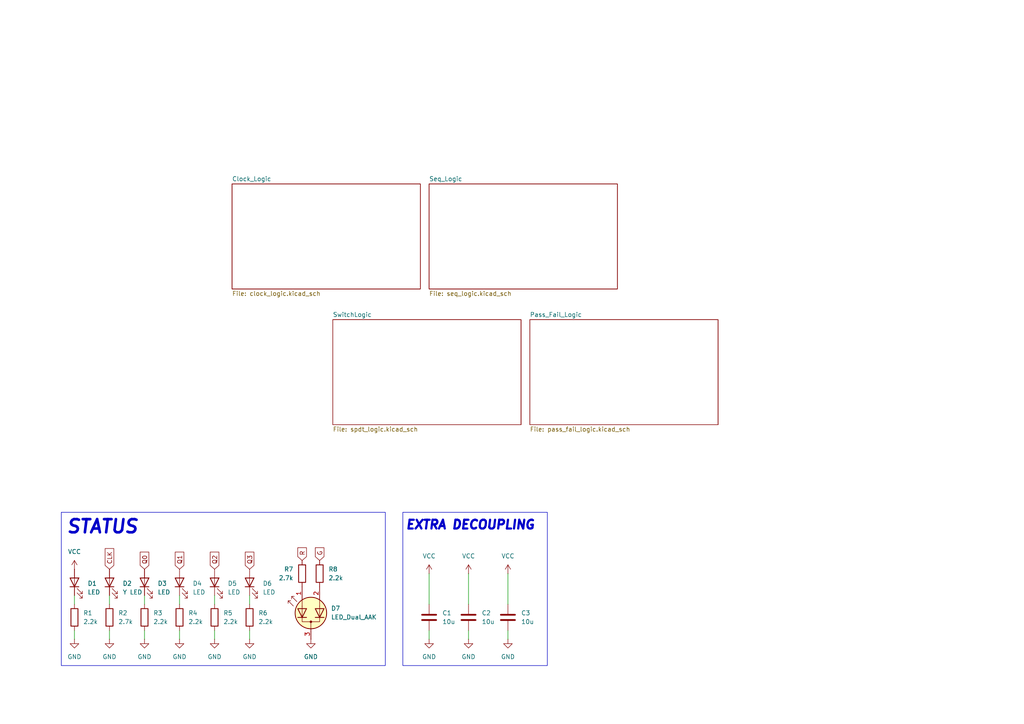
<source format=kicad_sch>
(kicad_sch (version 20250114) (generator "eeschema") (generator_version "9.0")
  (paper "A4")
  (title_block (title "PinCheck - 4 Pin Cable (LEMHAL)") (date "2025-08-27") (rev "Rev 1.0") (company "Igor Oliveira") (comment 1 "Continuity & Logic Test Circuit") (comment 2 "Decade Counter with pass/fail logic gates"))
  (lib_symbols
    (symbol "Device:C" (pin_numbers (hide yes)) (pin_names (offset 0.254))
      (property "Reference" "C" (at 0.635 2.54 0))
      (property "Value" "C" (at 0.635 -2.54 0))
      (symbol "C_0_1"
        (polyline (pts (xy -2.032 0.762) (xy 2.032 0.762)) (stroke (width 0.508)))
        (polyline (pts (xy -2.032 -0.762) (xy 2.032 -0.762)) (stroke (width 0.508)))
      )
      (symbol "C_1_1"
        (pin passive line (at 0 3.81 270) (length 2.794) (name "~") (number "1"))
        (pin passive line (at 0 -3.81 90) (length 2.794) (name "~") (number "2"))
      )
    )
    (symbol "Device:LED" (pin_numbers (hide yes)) (pin_names (offset 1.016) (hide yes))
      (property "Reference" "D" (at 0 2.54 0))
      (property "Value" "LED" (at 0 -2.54 0))
      (symbol "LED_0_1"
        (polyline (pts (xy -3.048 -0.762) (xy -4.572 -2.286) (xy -3.81 -2.286) (xy -4.572 -2.286) (xy -4.572 -1.524)))
        (polyline (pts (xy -1.778 -0.762) (xy -3.302 -2.286) (xy -2.54 -2.286) (xy -3.302 -2.286) (xy -3.302 -1.524)))
        (polyline (pts (xy -1.27 0) (xy 1.27 0)))
        (polyline (pts (xy -1.27 -1.27) (xy -1.27 1.27)) (stroke (width 0.254)))
        (polyline (pts (xy 1.27 -1.27) (xy 1.27 1.27) (xy -1.27 0) (xy 1.27 -1.27)) (stroke (width 0.254)))
      )
      (symbol "LED_1_1"
        (pin passive line (at -3.81 0 0) (length 2.54) (name "K") (number "1"))
        (pin passive line (at 3.81 0 180) (length 2.54) (name "A") (number "2"))
      )
    )
    (symbol "Device:LED_Dual_AAK" (pin_names (offset 0) (hide yes))
      (property "Reference" "D" (at 0 5.715 0))
      (property "Value" "LED_Dual_AAK" (at 0 -6.35 0))
      (symbol "LED_Dual_AAK_0_1"
        (polyline (pts (xy -4.572 0) (xy -2.54 0)))
        (circle (center -2.54 0) (radius 0.2794) (fill (type outline)))
        (polyline (pts (xy -1.27 1.27) (xy -1.27 3.81)) (stroke (width 0.254)))
        (polyline (pts (xy -1.27 -1.27) (xy -1.27 -3.81)) (stroke (width 0.254)))
        (circle (center 0 0) (radius 4.572) (stroke (width 0.254)) (fill (type background)))
        (polyline (pts (xy 1.27 1.27) (xy 1.27 3.81) (xy -1.27 2.54) (xy 1.27 1.27)) (stroke (width 0.254)))
        (polyline (pts (xy 1.27 -3.81) (xy 1.27 -1.27) (xy -1.27 -2.54) (xy 1.27 -3.81)) (stroke (width 0.254)))
        (polyline (pts (xy 2.032 5.08) (xy 3.556 6.604) (xy 2.794 6.604) (xy 3.556 6.604) (xy 3.556 5.842)))
        (polyline (pts (xy 2.032 2.54) (xy -2.54 2.54) (xy -2.54 -2.54) (xy 2.032 -2.54)))
        (polyline (pts (xy 3.302 4.064) (xy 4.826 5.588) (xy 4.064 5.588) (xy 4.826 5.588) (xy 4.826 4.826)))
        (polyline (pts (xy 3.81 2.54) (xy 1.905 2.54)))
        (polyline (pts (xy 3.81 -2.54) (xy 1.905 -2.54)))
      )
      (symbol "LED_Dual_AAK_1_1"
        (pin input line (at -7.62 0 0) (length 3.048) (name "K") (number "3"))
        (pin input line (at 7.62 2.54 180) (length 3.81) (name "A1") (number "1"))
        (pin input line (at 7.62 -2.54 180) (length 3.81) (name "A2") (number "2"))
      )
    )
    (symbol "Device:R" (pin_numbers (hide yes)) (pin_names (offset 0))
      (property "Reference" "R" (at 2.032 0 90))
      (property "Value" "R" (at 0 0 90))
      (symbol "R_0_1"
        (rectangle (start -1.016 -2.54) (end 1.016 2.54) (stroke (width 0.254)))
      )
      (symbol "R_1_1"
        (pin passive line (at 0 3.81 270) (length 1.27) (name "~") (number "1"))
        (pin passive line (at 0 -3.81 90) (length 1.27) (name "~") (number "2"))
      )
    )
    (symbol "power:GND" (power) (pin_numbers (hide yes)) (pin_names (offset 0) (hide yes))
      (property "Value" "GND" (at 0 -3.81 0))
      (symbol "GND_0_1"
        (polyline (pts (xy 0 0) (xy 0 -1.27) (xy 1.27 -1.27) (xy 0 -2.54) (xy -1.27 -1.27) (xy 0 -1.27)))
      )
      (symbol "GND_1_1"
        (pin power_in line (at 0 0 270) (length 0) (name "~") (number "1"))
      )
    )
    (symbol "power:VCC" (power) (pin_numbers (hide yes)) (pin_names (offset 0) (hide yes))
      (property "Value" "VCC" (at 0 3.556 0))
      (symbol "VCC_0_1"
        (polyline (pts (xy -0.762 1.27) (xy 0 2.54)))
        (polyline (pts (xy 0 2.54) (xy 0.762 1.27)))
        (polyline (pts (xy 0 0) (xy 0 2.54)))
      )
      (symbol "VCC_1_1"
        (pin power_in line (at 0 0 90) (length 0) (name "~") (number "1"))
      )
    )
  )
  (rectangle (start 116.84 148.59) (end 158.75 193.04))
  (rectangle (start 17.78 148.59) (end 111.76 193.04))
  (text "EXTRA DECOUPLING\n" (at 136.398 152.4 0) (effects (font (size 2.54 2.54) (thickness 0.762) (bold yes) (italic yes))))
  (text "STATUS" (at 29.718 152.908 0) (effects (font (size 3.81 3.81) (thickness 0.762) (bold yes) (italic yes))))
  (wire (pts (xy 135.89 166.37) (xy 135.89 175.26)))
  (wire (pts (xy 21.59 185.42) (xy 21.59 182.88)))
  (wire (pts (xy 147.32 166.37) (xy 147.32 175.26)))
  (wire (pts (xy 124.46 166.37) (xy 124.46 175.26)))
  (wire (pts (xy 52.07 175.26) (xy 52.07 172.72)))
  (wire (pts (xy 124.46 185.42) (xy 124.46 182.88)))
  (wire (pts (xy 62.23 185.42) (xy 62.23 182.88)))
  (wire (pts (xy 21.59 172.72) (xy 21.59 175.26)))
  (wire (pts (xy 41.91 175.26) (xy 41.91 172.72)))
  (wire (pts (xy 147.32 185.42) (xy 147.32 182.88)))
  (wire (pts (xy 31.75 175.26) (xy 31.75 172.72)))
  (wire (pts (xy 135.89 185.42) (xy 135.89 182.88)))
  (wire (pts (xy 31.75 185.42) (xy 31.75 182.88)))
  (wire (pts (xy 62.23 175.26) (xy 62.23 172.72)))
  (wire (pts (xy 72.39 175.26) (xy 72.39 172.72)))
  (wire (pts (xy 72.39 185.42) (xy 72.39 182.88)))
  (wire (pts (xy 41.91 185.42) (xy 41.91 182.88)))
  (wire (pts (xy 52.07 185.42) (xy 52.07 182.88)))
  (global_label "CLK" (shape input) (at 31.75 165.1 90) (property "Intersheetrefs" "${INTERSHEET_REFS}" (effects (hide yes))))
  (global_label "R" (shape input) (at 87.63 162.56 90) (property "Intersheetrefs" "${INTERSHEET_REFS}" (effects (hide yes))))
  (global_label "Q0" (shape input) (at 41.91 165.1 90) (property "Intersheetrefs" "${INTERSHEET_REFS}" (effects (hide yes))))
  (global_label "Q3" (shape input) (at 72.39 165.1 90) (property "Intersheetrefs" "${INTERSHEET_REFS}" (effects (hide yes))))
  (global_label "Q2" (shape input) (at 62.23 165.1 90) (property "Intersheetrefs" "${INTERSHEET_REFS}" (effects (hide yes))))
  (global_label "G" (shape input) (at 92.71 162.56 90) (property "Intersheetrefs" "${INTERSHEET_REFS}" (effects (hide yes))))
  (global_label "Q1" (shape input) (at 52.07 165.1 90) (property "Intersheetrefs" "${INTERSHEET_REFS}" (effects (hide yes))))
  (symbol (lib_id "Device:LED") (at 21.59 168.91 90) (unit 1)
    (property "Reference" "D1" (at 25.4 169.2274 90) (effects (justify right)))
    (property "Value" "LED" (at 25.4 171.7674 90) (effects (justify right)))
    (property "Footprint" "LED_THT:LED_D3.0mm_Clear" (effects (hide yes)))
    (property "Description" "LED, Low Power, Green, Through Hole, T-1 (3mm), 20 mA, 2.2 V, 568 nm" (effects (hide yes)))
    (property "Sim.Pins" "1=K 2=A" (effects (hide yes)))
    (property "Manufacturer Part No" "L-934GD" (effects (hide yes)))
  )
  (symbol (lib_id "Device:C") (at 124.46 179.07 0) (unit 1) (in_bom no)
    (property "Reference" "C1" (at 128.27 177.7999 0) (effects (justify left)))
    (property "Value" "10u" (at 128.27 180.3399 0) (effects (justify left)))
    (property "Footprint" "Capacitor_SMD:C_0805_2012Metric" (effects (hide yes)))
    (property "Description" "Unpolarized capacitor" (effects (hide yes)))
  )
  (symbol (lib_id "power:GND") (at 90.17 185.42 0) (unit 1)
    (property "Reference" "#PWR08" (effects (hide yes)))
    (property "Value" "GND" (at 90.17 190.5 0))
    (property "Description" "Power symbol creates a global label with name \"GND\" , ground" (effects (hide yes)))
  )
  (symbol (lib_id "Device:R") (at 21.59 179.07 0) (unit 1)
    (property "Reference" "R1" (at 24.13 177.7999 0) (effects (justify left)))
    (property "Value" "2.2k" (at 24.13 180.3399 0) (effects (justify left)))
    (property "Footprint" "Resistor_SMD:R_0805_2012Metric" (effects (hide yes)))
    (property "Description" "SMD Chip Resistor, 2.2 kohm, ± 1%, 100 mW, 0805 [2012 Metric], Thick Film, General Purpose" (effects (hide yes)))
    (property "Manufacturer Part No" "MC01W080512K2" (effects (hide yes)))
  )
  (symbol (lib_id "Device:LED") (at 72.39 168.91 90) (unit 1)
    (property "Reference" "D6" (at 76.2 169.2274 90) (effects (justify right)))
    (property "Value" "LED" (at 76.2 171.7674 90) (effects (justify right)))
    (property "Footprint" "LED_THT:LED_D3.0mm_Clear" (effects (hide yes)))
    (property "Description" "LED, Low Power, Green, Through Hole, T-1 (3mm), 20 mA, 2.2 V, 568 nm" (effects (hide yes)))
    (property "Sim.Pins" "1=K 2=A" (effects (hide yes)))
    (property "Manufacturer Part No" "L-934GD" (effects (hide yes)))
  )
  (symbol (lib_id "power:VCC") (at 135.89 166.37 0) (unit 1)
    (property "Reference" "#PWR011" (effects (hide yes)))
    (property "Value" "VCC" (at 135.89 161.29 0))
    (property "Description" "Power symbol creates a global label with name \"VCC\"" (effects (hide yes)))
  )
  (symbol (lib_id "Device:LED") (at 62.23 168.91 90) (unit 1)
    (property "Reference" "D5" (at 66.04 169.2274 90) (effects (justify right)))
    (property "Value" "LED" (at 66.04 171.7674 90) (effects (justify right)))
    (property "Footprint" "LED_THT:LED_D3.0mm_Clear" (effects (hide yes)))
    (property "Description" "LED, Low Power, Green, Through Hole, T-1 (3mm), 20 mA, 2.2 V, 568 nm" (effects (hide yes)))
    (property "Sim.Pins" "1=K 2=A" (effects (hide yes)))
    (property "Manufacturer Part No" "L-934GD" (effects (hide yes)))
  )
  (symbol (lib_id "Device:R") (at 52.07 179.07 0) (unit 1)
    (property "Reference" "R4" (at 54.61 177.7999 0) (effects (justify left)))
    (property "Value" "2.2k" (at 54.61 180.3399 0) (effects (justify left)))
    (property "Footprint" "Resistor_SMD:R_0805_2012Metric" (effects (hide yes)))
    (property "Description" "SMD Chip Resistor, 2.2 kohm, ± 1%, 100 mW, 0805 [2012 Metric], Thick Film, General Purpose" (effects (hide yes)))
    (property "Manufacturer Part No" "MC01W080512K2" (effects (hide yes)))
  )
  (symbol (lib_id "power:GND") (at 147.32 185.42 0) (unit 1)
    (property "Reference" "#PWR014" (effects (hide yes)))
    (property "Value" "GND" (at 147.32 190.5 0))
    (property "Description" "Power symbol creates a global label with name \"GND\" , ground" (effects (hide yes)))
  )
  (symbol (lib_id "Device:LED_Dual_AAK") (at 90.17 177.8 90) (unit 1)
    (property "Reference" "D7" (at 95.9943 176.4664 90) (effects (justify right)))
    (property "Value" "LED_Dual_AAK" (at 95.9943 179.0064 90) (effects (justify right)))
    (property "Footprint" "LED_THT:LED_D3.0mm-3" (effects (hide yes)))
    (property "Description" "LED, Green, Red, Through Hole, T-1 (3mm), 60 °, Round, R 30mA, G 25mA" (effects (hide yes)))
    (property "Manufacturer Part No" "L-93WEGW" (effects (hide yes)))
  )
  (symbol (lib_id "Device:R") (at 41.91 179.07 0) (unit 1)
    (property "Reference" "R3" (at 44.45 177.7999 0) (effects (justify left)))
    (property "Value" "2.2k" (at 44.45 180.3399 0) (effects (justify left)))
    (property "Footprint" "Resistor_SMD:R_0805_2012Metric" (effects (hide yes)))
    (property "Description" "SMD Chip Resistor, 2.2 kohm, ± 1%, 100 mW, 0805 [2012 Metric], Thick Film, General Purpose" (effects (hide yes)))
    (property "Manufacturer Part No" "MC01W080512K2" (effects (hide yes)))
  )
  (symbol (lib_id "power:VCC") (at 21.59 165.1 0) (unit 1)
    (property "Reference" "#PWR01" (effects (hide yes)))
    (property "Value" "VCC" (at 21.59 160.02 0))
    (property "Description" "Power symbol creates a global label with name \"VCC\"" (effects (hide yes)))
  )
  (symbol (lib_id "power:GND") (at 72.39 185.42 0) (unit 1)
    (property "Reference" "#PWR07" (effects (hide yes)))
    (property "Value" "GND" (at 72.39 190.5 0))
    (property "Description" "Power symbol creates a global label with name \"GND\" , ground" (effects (hide yes)))
  )
  (symbol (lib_id "Device:R") (at 92.71 166.37 180) (unit 1)
    (property "Reference" "R8" (at 95.25 165.0999 0) (effects (justify right)))
    (property "Value" "2.2k" (at 95.25 167.6399 0) (effects (justify right)))
    (property "Footprint" "Resistor_SMD:R_0805_2012Metric" (effects (hide yes)))
    (property "Description" "SMD Chip Resistor, 2.2 kohm, ± 1%, 100 mW, 0805 [2012 Metric], Thick Film, General Purpose" (effects (hide yes)))
    (property "Manufacturer Part No" "MC01W080512K2" (effects (hide yes)))
  )
  (symbol (lib_id "power:GND") (at 62.23 185.42 0) (unit 1)
    (property "Reference" "#PWR06" (effects (hide yes)))
    (property "Value" "GND" (at 62.23 190.5 0))
    (property "Description" "Power symbol creates a global label with name \"GND\" , ground" (effects (hide yes)))
  )
  (symbol (lib_id "power:GND") (at 124.46 185.42 0) (unit 1)
    (property "Reference" "#PWR010" (effects (hide yes)))
    (property "Value" "GND" (at 124.46 190.5 0))
    (property "Description" "Power symbol creates a global label with name \"GND\" , ground" (effects (hide yes)))
  )
  (symbol (lib_id "power:GND") (at 135.89 185.42 0) (unit 1)
    (property "Reference" "#PWR012" (effects (hide yes)))
    (property "Value" "GND" (at 135.89 190.5 0))
    (property "Description" "Power symbol creates a global label with name \"GND\" , ground" (effects (hide yes)))
  )
  (symbol (lib_id "power:GND") (at 31.75 185.42 0) (unit 1)
    (property "Reference" "#PWR03" (effects (hide yes)))
    (property "Value" "GND" (at 31.75 190.5 0))
    (property "Description" "Power symbol creates a global label with name \"GND\" , ground" (effects (hide yes)))
  )
  (symbol (lib_id "power:GND") (at 52.07 185.42 0) (unit 1)
    (property "Reference" "#PWR05" (effects (hide yes)))
    (property "Value" "GND" (at 52.07 190.5 0))
    (property "Description" "Power symbol creates a global label with name \"GND\" , ground" (effects (hide yes)))
  )
  (symbol (lib_id "Device:C") (at 147.32 179.07 0) (unit 1) (in_bom no)
    (property "Reference" "C3" (at 151.13 177.7999 0) (effects (justify left)))
    (property "Value" "10u" (at 151.13 180.3399 0) (effects (justify left)))
    (property "Footprint" "Capacitor_SMD:C_0805_2012Metric" (effects (hide yes)))
    (property "Description" "Unpolarized capacitor" (effects (hide yes)))
  )
  (symbol (lib_id "Device:LED") (at 41.91 168.91 90) (unit 1)
    (property "Reference" "D3" (at 45.72 169.2274 90) (effects (justify right)))
    (property "Value" "LED" (at 45.72 171.7674 90) (effects (justify right)))
    (property "Footprint" "LED_THT:LED_D3.0mm_Clear" (effects (hide yes)))
    (property "Description" "LED, Low Power, Green, Through Hole, T-1 (3mm), 20 mA, 2.2 V, 568 nm" (effects (hide yes)))
    (property "Sim.Pins" "1=K 2=A" (effects (hide yes)))
    (property "Manufacturer Part No" "L-934GD" (effects (hide yes)))
  )
  (symbol (lib_id "power:GND") (at 41.91 185.42 0) (unit 1)
    (property "Reference" "#PWR04" (effects (hide yes)))
    (property "Value" "GND" (at 41.91 190.5 0))
    (property "Description" "Power symbol creates a global label with name \"GND\" , ground" (effects (hide yes)))
  )
  (symbol (lib_id "Device:LED") (at 31.75 168.91 90) (unit 1)
    (property "Reference" "D2" (at 35.56 169.2274 90) (effects (justify right)))
    (property "Value" "Y LED" (at 35.56 171.7674 90) (effects (justify right)))
    (property "Footprint" "LED_THT:LED_D3.0mm_Clear" (effects (hide yes)))
    (property "Description" "LED, Low Power, Orange, Through Hole, T-1 (3mm), 20 mA, 2.05 V, 610 nm" (effects (hide yes)))
    (property "Sim.Pins" "1=K 2=A" (effects (hide yes)))
    (property "Manufacturer Part No" "L-934ND" (effects (hide yes)))
  )
  (symbol (lib_id "power:VCC") (at 147.32 166.37 0) (unit 1)
    (property "Reference" "#PWR013" (effects (hide yes)))
    (property "Value" "VCC" (at 147.32 161.29 0))
    (property "Description" "Power symbol creates a global label with name \"VCC\"" (effects (hide yes)))
  )
  (symbol (lib_id "Device:R") (at 62.23 179.07 0) (unit 1)
    (property "Reference" "R5" (at 64.77 177.7999 0) (effects (justify left)))
    (property "Value" "2.2k" (at 64.77 180.3399 0) (effects (justify left)))
    (property "Footprint" "Resistor_SMD:R_0805_2012Metric" (effects (hide yes)))
    (property "Description" "SMD Chip Resistor, 2.2 kohm, ± 1%, 100 mW, 0805 [2012 Metric], Thick Film, General Purpose" (effects (hide yes)))
    (property "Manufacturer Part No" "MC01W080512K2" (effects (hide yes)))
  )
  (symbol (lib_id "power:GND") (at 21.59 185.42 0) (unit 1)
    (property "Reference" "#PWR02" (effects (hide yes)))
    (property "Value" "GND" (at 21.59 190.5 0))
    (property "Description" "Power symbol creates a global label with name \"GND\" , ground" (effects (hide yes)))
  )
  (symbol (lib_id "Device:C") (at 135.89 179.07 0) (unit 1) (in_bom no)
    (property "Reference" "C2" (at 139.7 177.7999 0) (effects (justify left)))
    (property "Value" "10u" (at 139.7 180.3399 0) (effects (justify left)))
    (property "Footprint" "Capacitor_SMD:C_0805_2012Metric" (effects (hide yes)))
    (property "Description" "Unpolarized capacitor" (effects (hide yes)))
  )
  (symbol (lib_id "Device:R") (at 31.75 179.07 0) (unit 1)
    (property "Reference" "R2" (at 34.29 177.7999 0) (effects (justify left)))
    (property "Value" "2.7k" (at 34.29 180.3399 0) (effects (justify left)))
    (property "Footprint" "Resistor_SMD:R_0805_2012Metric" (effects (hide yes)))
    (property "Description" "SMD Chip Resistor, Ceramic, 2.7 kohm, ± 1%, 125 mW, 0805 [2012 Metric], Thick Film" (effects (hide yes)))
    (property "Manufacturer Part No" "MCMR08X2701FTL" (effects (hide yes)))
  )
  (symbol (lib_id "Device:R") (at 87.63 166.37 0) (mirror x) (unit 1)
    (property "Reference" "R7" (at 85.09 165.0999 0) (effects (justify right)))
    (property "Value" "2.7k" (at 85.09 167.6399 0) (effects (justify right)))
    (property "Footprint" "Resistor_SMD:R_0805_2012Metric" (effects (hide yes)))
    (property "Description" "SMD Chip Resistor, Ceramic, 2.7 kohm, ± 1%, 125 mW, 0805 [2012 Metric], Thick Film" (effects (hide yes)))
    (property "Manufacturer Part No" "MCMR08X2701FTL" (effects (hide yes)))
  )
  (symbol (lib_id "power:VCC") (at 124.46 166.37 0) (unit 1)
    (property "Reference" "#PWR09" (effects (hide yes)))
    (property "Value" "VCC" (at 124.46 161.29 0))
    (property "Description" "Power symbol creates a global label with name \"VCC\"" (effects (hide yes)))
  )
  (symbol (lib_id "Device:LED") (at 52.07 168.91 90) (unit 1)
    (property "Reference" "D4" (at 55.88 169.2274 90) (effects (justify right)))
    (property "Value" "LED" (at 55.88 171.7674 90) (effects (justify right)))
    (property "Footprint" "LED_THT:LED_D3.0mm_Clear" (effects (hide yes)))
    (property "Description" "LED, Low Power, Green, Through Hole, T-1 (3mm), 20 mA, 2.2 V, 568 nm" (effects (hide yes)))
    (property "Sim.Pins" "1=K 2=A" (effects (hide yes)))
    (property "Manufacturer Part No" "L-934GD" (effects (hide yes)))
  )
  (symbol (lib_id "Device:R") (at 72.39 179.07 0) (unit 1)
    (property "Reference" "R6" (at 74.93 177.7999 0) (effects (justify left)))
    (property "Value" "2.2k" (at 74.93 180.3399 0) (effects (justify left)))
    (property "Footprint" "Resistor_SMD:R_0805_2012Metric" (effects (hide yes)))
    (property "Description" "SMD Chip Resistor, 2.2 kohm, ± 1%, 100 mW, 0805 [2012 Metric], Thick Film, General Purpose" (effects (hide yes)))
    (property "Manufacturer Part No" "MC01W080512K2" (effects (hide yes)))
  )
  (sheet (at 153.67 92.71) (size 54.61 30.48) (stroke (width 0.1524))
    (property "Sheetname" "Pass_Fail_Logic" (at 153.67 91.9984 0) (effects (justify left bottom)))
    (property "Sheetfile" "pass_fail_logic.kicad_sch" (at 153.67 123.7746 0) (effects (justify left top)))
  )
  (sheet (at 67.31 53.34) (size 54.61 30.48) (stroke (width 0.1524))
    (property "Sheetname" "Clock_Logic" (at 67.31 52.6284 0) (effects (justify left bottom)))
    (property "Sheetfile" "clock_logic.kicad_sch" (at 67.31 84.4046 0) (effects (justify left top)))
  )
  (sheet (at 96.52 92.71) (size 54.61 30.48) (stroke (width 0.1524))
    (property "Sheetname" "SwitchLogic" (at 96.52 91.9984 0) (effects (justify left bottom)))
    (property "Sheetfile" "spdt_logic.kicad_sch" (at 96.52 123.7746 0) (effects (justify left top)))
  )
  (sheet (at 124.46 53.34) (size 54.61 30.48) (stroke (width 0.1524))
    (property "Sheetname" "Seq_Logic" (at 124.46 52.6284 0) (effects (justify left bottom)))
    (property "Sheetfile" "seq_logic.kicad_sch" (at 124.46 84.4046 0) (effects (justify left top)))
  )
)
</source>
